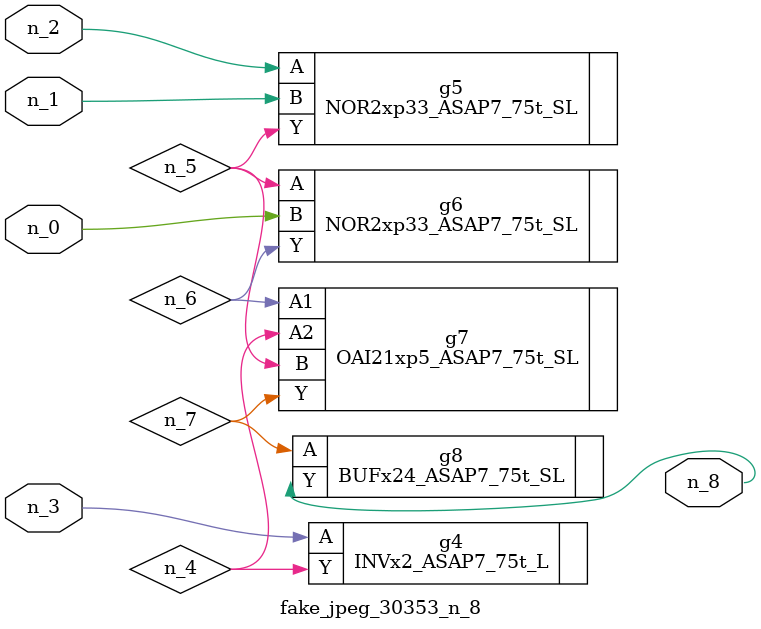
<source format=v>
module fake_jpeg_30353_n_8 (n_0, n_3, n_2, n_1, n_8);

input n_0;
input n_3;
input n_2;
input n_1;

output n_8;

wire n_4;
wire n_6;
wire n_5;
wire n_7;

INVx2_ASAP7_75t_L g4 ( 
.A(n_3),
.Y(n_4)
);

NOR2xp33_ASAP7_75t_SL g5 ( 
.A(n_2),
.B(n_1),
.Y(n_5)
);

NOR2xp33_ASAP7_75t_SL g6 ( 
.A(n_5),
.B(n_0),
.Y(n_6)
);

OAI21xp5_ASAP7_75t_SL g7 ( 
.A1(n_6),
.A2(n_4),
.B(n_5),
.Y(n_7)
);

BUFx24_ASAP7_75t_SL g8 ( 
.A(n_7),
.Y(n_8)
);


endmodule
</source>
